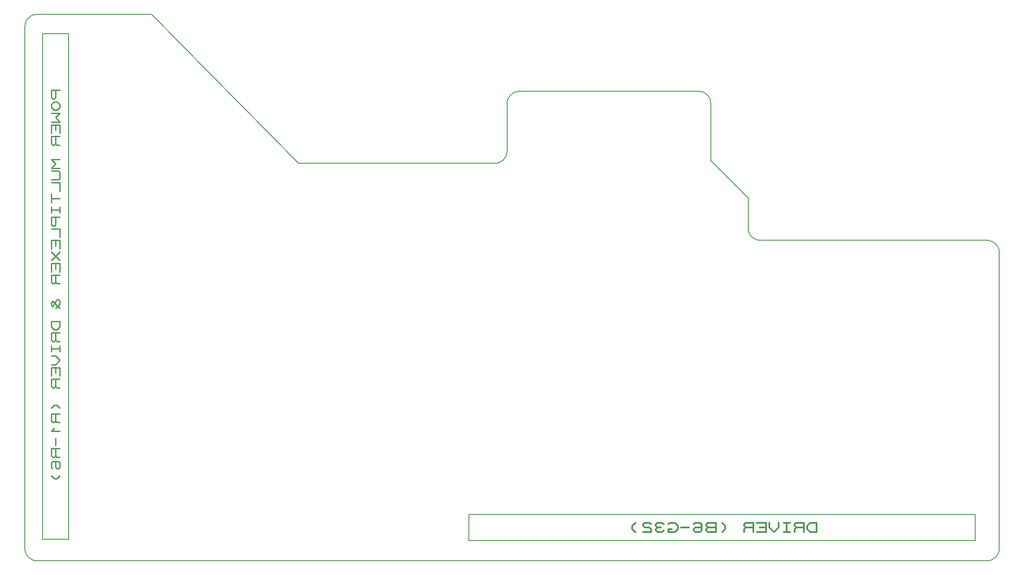
<source format=gbr>
G04 PROTEUS GERBER X2 FILE*
%TF.GenerationSoftware,Labcenter,Proteus,8.6-SP2-Build23525*%
%TF.CreationDate,2023-01-29T17:34:11+00:00*%
%TF.FileFunction,AssemblyDrawing,Bot*%
%TF.FilePolarity,Positive*%
%TF.Part,Single*%
%FSLAX45Y45*%
%MOMM*%
G01*
%TA.AperFunction,Material*%
%ADD27C,0.203200*%
%ADD61C,0.316990*%
%ADD62C,0.290860*%
%TA.AperFunction,Profile*%
%ADD25C,0.203200*%
%TD.AperFunction*%
D27*
X-1815412Y-6791660D02*
X+8364908Y-6791660D01*
X+8364908Y-6263340D01*
X-1815412Y-6263340D01*
X-1815412Y-6791660D01*
D61*
X+5176695Y-6622598D02*
X+5176695Y-6432403D01*
X+5049899Y-6432403D01*
X+4986501Y-6495801D01*
X+4986501Y-6559200D01*
X+5049899Y-6622598D01*
X+5176695Y-6622598D01*
X+4923102Y-6622598D02*
X+4923102Y-6432403D01*
X+4764607Y-6432403D01*
X+4732908Y-6464102D01*
X+4732908Y-6495801D01*
X+4764607Y-6527500D01*
X+4923102Y-6527500D01*
X+4764607Y-6527500D02*
X+4732908Y-6559200D01*
X+4732908Y-6622598D01*
X+4637810Y-6432403D02*
X+4511014Y-6432403D01*
X+4574412Y-6432403D02*
X+4574412Y-6622598D01*
X+4637810Y-6622598D02*
X+4511014Y-6622598D01*
X+4415916Y-6432403D02*
X+4415916Y-6527500D01*
X+4320819Y-6622598D01*
X+4225722Y-6527500D01*
X+4225722Y-6432403D01*
X+3972129Y-6622598D02*
X+4162323Y-6622598D01*
X+4162323Y-6432403D01*
X+3972129Y-6432403D01*
X+4162323Y-6527500D02*
X+4035527Y-6527500D01*
X+3908730Y-6622598D02*
X+3908730Y-6432403D01*
X+3750235Y-6432403D01*
X+3718536Y-6464102D01*
X+3718536Y-6495801D01*
X+3750235Y-6527500D01*
X+3908730Y-6527500D01*
X+3750235Y-6527500D02*
X+3718536Y-6559200D01*
X+3718536Y-6622598D01*
X+3274748Y-6432403D02*
X+3338146Y-6495801D01*
X+3338146Y-6559200D01*
X+3274748Y-6622598D01*
X+3147951Y-6622598D02*
X+3147951Y-6432403D01*
X+2989456Y-6432403D01*
X+2957757Y-6464102D01*
X+2957757Y-6495801D01*
X+2989456Y-6527500D01*
X+2957757Y-6559200D01*
X+2957757Y-6590899D01*
X+2989456Y-6622598D01*
X+3147951Y-6622598D01*
X+3147951Y-6527500D02*
X+2989456Y-6527500D01*
X+2704164Y-6464102D02*
X+2735863Y-6432403D01*
X+2830960Y-6432403D01*
X+2862659Y-6464102D01*
X+2862659Y-6590899D01*
X+2830960Y-6622598D01*
X+2735863Y-6622598D01*
X+2704164Y-6590899D01*
X+2704164Y-6559200D01*
X+2735863Y-6527500D01*
X+2862659Y-6527500D01*
X+2609066Y-6527500D02*
X+2450571Y-6527500D01*
X+2260376Y-6559200D02*
X+2196978Y-6559200D01*
X+2196978Y-6622598D01*
X+2323774Y-6622598D01*
X+2387172Y-6559200D01*
X+2387172Y-6495801D01*
X+2323774Y-6432403D01*
X+2228677Y-6432403D01*
X+2196978Y-6464102D01*
X+2101880Y-6464102D02*
X+2070181Y-6432403D01*
X+1975084Y-6432403D01*
X+1943385Y-6464102D01*
X+1943385Y-6495801D01*
X+1975084Y-6527500D01*
X+1943385Y-6559200D01*
X+1943385Y-6590899D01*
X+1975084Y-6622598D01*
X+2070181Y-6622598D01*
X+2101880Y-6590899D01*
X+2038482Y-6527500D02*
X+1975084Y-6527500D01*
X+1848287Y-6464102D02*
X+1816588Y-6432403D01*
X+1721491Y-6432403D01*
X+1689792Y-6464102D01*
X+1689792Y-6495801D01*
X+1721491Y-6527500D01*
X+1816588Y-6527500D01*
X+1848287Y-6559200D01*
X+1848287Y-6622598D01*
X+1689792Y-6622598D01*
X+1531296Y-6432403D02*
X+1467898Y-6495801D01*
X+1467898Y-6559200D01*
X+1531296Y-6622598D01*
D27*
X-10396912Y-6770160D02*
X-9868592Y-6770160D01*
X-9868592Y+3410160D01*
X-10396912Y+3410160D01*
X-10396912Y-6770160D01*
D62*
X-10045492Y+2275764D02*
X-10220011Y+2275764D01*
X-10220011Y+2130332D01*
X-10190925Y+2101245D01*
X-10161838Y+2101245D01*
X-10132752Y+2130332D01*
X-10132752Y+2275764D01*
X-10161838Y+2043072D02*
X-10220011Y+1984899D01*
X-10220011Y+1926726D01*
X-10161838Y+1868553D01*
X-10103665Y+1868553D01*
X-10045492Y+1926726D01*
X-10045492Y+1984899D01*
X-10103665Y+2043072D01*
X-10161838Y+2043072D01*
X-10220011Y+1810380D02*
X-10045492Y+1810380D01*
X-10132752Y+1723121D01*
X-10045492Y+1635861D01*
X-10220011Y+1635861D01*
X-10045492Y+1403169D02*
X-10045492Y+1577688D01*
X-10220011Y+1577688D01*
X-10220011Y+1403169D01*
X-10132752Y+1577688D02*
X-10132752Y+1461342D01*
X-10045492Y+1344996D02*
X-10220011Y+1344996D01*
X-10220011Y+1199564D01*
X-10190925Y+1170477D01*
X-10161838Y+1170477D01*
X-10132752Y+1199564D01*
X-10132752Y+1344996D01*
X-10132752Y+1199564D02*
X-10103665Y+1170477D01*
X-10045492Y+1170477D01*
X-10045492Y+879612D02*
X-10220011Y+879612D01*
X-10132752Y+792353D01*
X-10220011Y+705093D01*
X-10045492Y+705093D01*
X-10220011Y+646920D02*
X-10074578Y+646920D01*
X-10045492Y+617834D01*
X-10045492Y+501488D01*
X-10074578Y+472401D01*
X-10220011Y+472401D01*
X-10220011Y+414228D02*
X-10045492Y+414228D01*
X-10045492Y+239709D01*
X-10220011Y+181536D02*
X-10220011Y+7017D01*
X-10220011Y+94277D02*
X-10045492Y+94277D01*
X-10220011Y-80242D02*
X-10220011Y-196588D01*
X-10220011Y-138415D02*
X-10045492Y-138415D01*
X-10045492Y-80242D02*
X-10045492Y-196588D01*
X-10045492Y-283848D02*
X-10220011Y-283848D01*
X-10220011Y-429280D01*
X-10190925Y-458367D01*
X-10161838Y-458367D01*
X-10132752Y-429280D01*
X-10132752Y-283848D01*
X-10220011Y-516540D02*
X-10045492Y-516540D01*
X-10045492Y-691059D01*
X-10045492Y-923751D02*
X-10045492Y-749232D01*
X-10220011Y-749232D01*
X-10220011Y-923751D01*
X-10132752Y-749232D02*
X-10132752Y-865578D01*
X-10220011Y-981924D02*
X-10045492Y-1156443D01*
X-10045492Y-981924D02*
X-10220011Y-1156443D01*
X-10045492Y-1389135D02*
X-10045492Y-1214616D01*
X-10220011Y-1214616D01*
X-10220011Y-1389135D01*
X-10132752Y-1214616D02*
X-10132752Y-1330962D01*
X-10045492Y-1447308D02*
X-10220011Y-1447308D01*
X-10220011Y-1592740D01*
X-10190925Y-1621827D01*
X-10161838Y-1621827D01*
X-10132752Y-1592740D01*
X-10132752Y-1447308D01*
X-10132752Y-1592740D02*
X-10103665Y-1621827D01*
X-10045492Y-1621827D01*
X-10045492Y-2116297D02*
X-10190925Y-1970865D01*
X-10220011Y-1999951D01*
X-10220011Y-2058124D01*
X-10190925Y-2087211D01*
X-10103665Y-1941778D01*
X-10074578Y-1941778D01*
X-10045492Y-1970865D01*
X-10045492Y-2029038D01*
X-10132752Y-2116297D01*
X-10045492Y-2378076D02*
X-10220011Y-2378076D01*
X-10220011Y-2494422D01*
X-10161838Y-2552595D01*
X-10103665Y-2552595D01*
X-10045492Y-2494422D01*
X-10045492Y-2378076D01*
X-10045492Y-2610768D02*
X-10220011Y-2610768D01*
X-10220011Y-2756200D01*
X-10190925Y-2785287D01*
X-10161838Y-2785287D01*
X-10132752Y-2756200D01*
X-10132752Y-2610768D01*
X-10132752Y-2756200D02*
X-10103665Y-2785287D01*
X-10045492Y-2785287D01*
X-10220011Y-2872546D02*
X-10220011Y-2988892D01*
X-10220011Y-2930719D02*
X-10045492Y-2930719D01*
X-10045492Y-2872546D02*
X-10045492Y-2988892D01*
X-10220011Y-3076152D02*
X-10132752Y-3076152D01*
X-10045492Y-3163411D01*
X-10132752Y-3250671D01*
X-10220011Y-3250671D01*
X-10045492Y-3483363D02*
X-10045492Y-3308844D01*
X-10220011Y-3308844D01*
X-10220011Y-3483363D01*
X-10132752Y-3308844D02*
X-10132752Y-3425190D01*
X-10045492Y-3541536D02*
X-10220011Y-3541536D01*
X-10220011Y-3686968D01*
X-10190925Y-3716055D01*
X-10161838Y-3716055D01*
X-10132752Y-3686968D01*
X-10132752Y-3541536D01*
X-10132752Y-3686968D02*
X-10103665Y-3716055D01*
X-10045492Y-3716055D01*
X-10220011Y-4123266D02*
X-10161838Y-4065093D01*
X-10103665Y-4065093D01*
X-10045492Y-4123266D01*
X-10045492Y-4239612D02*
X-10220011Y-4239612D01*
X-10220011Y-4385044D01*
X-10190925Y-4414131D01*
X-10161838Y-4414131D01*
X-10132752Y-4385044D01*
X-10132752Y-4239612D01*
X-10132752Y-4385044D02*
X-10103665Y-4414131D01*
X-10045492Y-4414131D01*
X-10161838Y-4530477D02*
X-10220011Y-4588650D01*
X-10045492Y-4588650D01*
X-10132752Y-4734082D02*
X-10132752Y-4879515D01*
X-10045492Y-4937688D02*
X-10220011Y-4937688D01*
X-10220011Y-5083120D01*
X-10190925Y-5112207D01*
X-10161838Y-5112207D01*
X-10132752Y-5083120D01*
X-10132752Y-4937688D01*
X-10132752Y-5083120D02*
X-10103665Y-5112207D01*
X-10045492Y-5112207D01*
X-10190925Y-5344899D02*
X-10220011Y-5315812D01*
X-10220011Y-5228553D01*
X-10190925Y-5199466D01*
X-10074578Y-5199466D01*
X-10045492Y-5228553D01*
X-10045492Y-5315812D01*
X-10074578Y-5344899D01*
X-10103665Y-5344899D01*
X-10132752Y-5315812D01*
X-10132752Y-5199466D01*
X-10220011Y-5490331D02*
X-10161838Y-5548504D01*
X-10103665Y-5548504D01*
X-10045492Y-5490331D01*
D25*
X-10500000Y-7200000D02*
X-10551117Y-7195026D01*
X-10598389Y-7180713D01*
X-10640900Y-7157977D01*
X-10677734Y-7127734D01*
X-10707977Y-7090900D01*
X-10730713Y-7048389D01*
X-10745026Y-7001117D01*
X-10750000Y-6950000D01*
X-10750000Y+3550000D02*
X-10745026Y+3601117D01*
X-10730713Y+3648389D01*
X-10707977Y+3690900D01*
X-10677734Y+3727734D01*
X-10640900Y+3757977D01*
X-10598389Y+3780713D01*
X-10551117Y+3795026D01*
X-10500000Y+3800000D01*
X-5250000Y+800000D02*
X-8200000Y+3800000D01*
X+3800000Y+100000D02*
X+3050000Y+850000D01*
X-1300000Y+800000D02*
X-1248883Y+804974D01*
X-1201611Y+819287D01*
X-1159100Y+842023D01*
X-1122266Y+872266D01*
X-1092023Y+909100D01*
X-1069287Y+951611D01*
X-1054974Y+998883D01*
X-1050000Y+1050000D01*
X-1050000Y+2000000D02*
X-1045026Y+2051117D01*
X-1030713Y+2098389D01*
X-1007977Y+2140900D01*
X-977734Y+2177734D01*
X-940900Y+2207977D01*
X-898389Y+2230713D01*
X-851117Y+2245026D01*
X-800000Y+2250000D01*
X+2800000Y+2250000D02*
X+2851117Y+2245026D01*
X+2898389Y+2230713D01*
X+2940900Y+2207977D01*
X+2977734Y+2177734D01*
X+3007977Y+2140900D01*
X+3030713Y+2098389D01*
X+3045026Y+2051117D01*
X+3050000Y+2000000D01*
X+4050000Y-750000D02*
X+3998883Y-745026D01*
X+3951611Y-730713D01*
X+3909100Y-707977D01*
X+3872266Y-677734D01*
X+3842023Y-640900D01*
X+3819287Y-598389D01*
X+3804974Y-551117D01*
X+3800000Y-500000D01*
X+8600000Y-750000D02*
X+8651117Y-754974D01*
X+8698389Y-769287D01*
X+8740900Y-792023D01*
X+8777734Y-822266D01*
X+8807977Y-859100D01*
X+8830713Y-901611D01*
X+8845026Y-948883D01*
X+8850000Y-1000000D01*
X+8600000Y-7200000D02*
X+8651117Y-7195026D01*
X+8698389Y-7180713D01*
X+8740900Y-7157977D01*
X+8777734Y-7127734D01*
X+8807977Y-7090900D01*
X+8830713Y-7048389D01*
X+8845026Y-7001117D01*
X+8850000Y-6950000D01*
X-800000Y+2250000D02*
X+2800000Y+2250000D01*
X-1050000Y+2000000D02*
X-1050000Y+1050000D01*
X-1300000Y+800000D02*
X-5250000Y+800000D01*
X+3050000Y+850000D02*
X+3050000Y+2000000D01*
X+3800000Y-500000D02*
X+3800000Y+100000D01*
X+4050000Y-750000D02*
X+8600000Y-750000D01*
X+8850000Y-6950000D02*
X+8850000Y-1000000D01*
X+8600000Y-7200000D02*
X-10500000Y-7200000D01*
X-10750000Y-6950000D02*
X-10750000Y+3550000D01*
X-10500000Y+3800000D02*
X-8200000Y+3800000D01*
M02*

</source>
